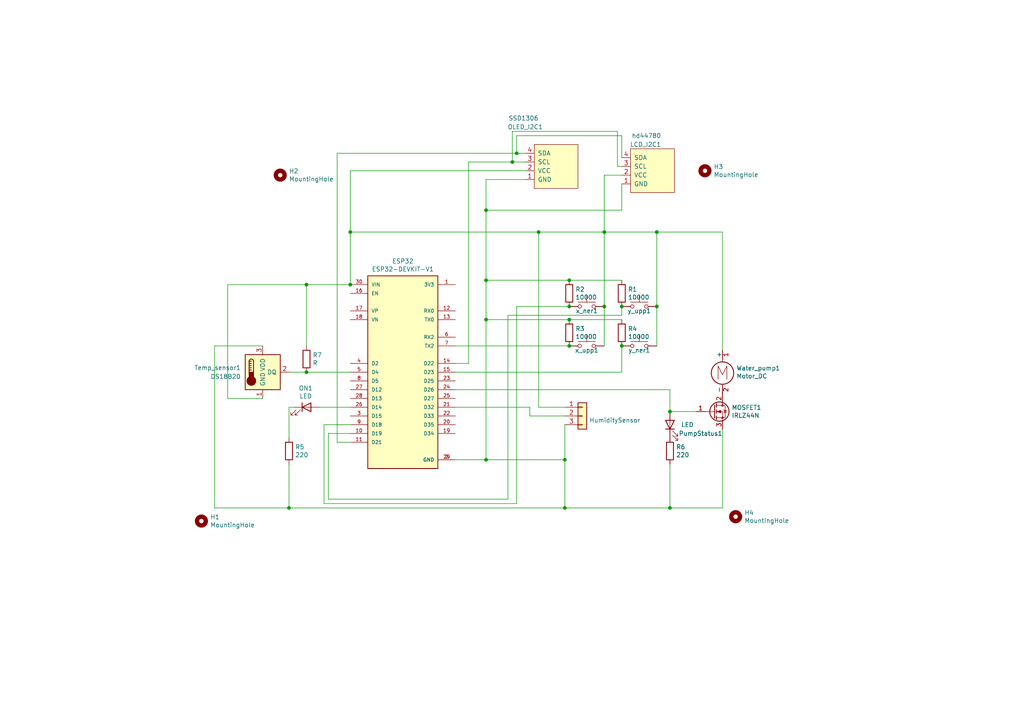
<source format=kicad_sch>
(kicad_sch (version 20250114) (generator "eeschema") (generator_version "9.0")
  (paper "A4")
  (lib_symbols
    (symbol "Connector_Generic:Conn_01x03" (pin_names (offset 1.016) (hide yes))
      (property "Reference" "J" (at 0 5.08 0))
      (property "Value" "Conn_01x03" (at 0 -5.08 0))
      (symbol "Conn_01x03_1_1"
        (rectangle (start -1.27 3.81) (end 1.27 -3.81) (stroke (width 0.254)) (fill (type background)))
        (rectangle (start -1.27 2.667) (end 0 2.413) (stroke (width 0.1524)))
        (rectangle (start -1.27 0.127) (end 0 -0.127) (stroke (width 0.1524)))
        (rectangle (start -1.27 -2.413) (end 0 -2.667) (stroke (width 0.1524)))
        (pin passive line (at -5.08 2.54 0) (length 3.81) (name "Pin_1") (number "1"))
        (pin passive line (at -5.08 0 0) (length 3.81) (name "Pin_2") (number "2"))
        (pin passive line (at -5.08 -2.54 0) (length 3.81) (name "Pin_3") (number "3"))
      )
    )
    (symbol "Device:LED" (pin_numbers (hide yes)) (pin_names (offset 1.016) (hide yes))
      (property "Reference" "D" (at 0 2.54 0))
      (property "Value" "LED" (at 0 -2.54 0))
      (symbol "LED_0_1"
        (polyline (pts (xy -3.048 -0.762) (xy -4.572 -2.286) (xy -3.81 -2.286) (xy -4.572 -2.286) (xy -4.572 -1.524)))
        (polyline (pts (xy -1.778 -0.762) (xy -3.302 -2.286) (xy -2.54 -2.286) (xy -3.302 -2.286) (xy -3.302 -1.524)))
        (polyline (pts (xy -1.27 0) (xy 1.27 0)))
        (polyline (pts (xy -1.27 -1.27) (xy -1.27 1.27)) (stroke (width 0.254)))
        (polyline (pts (xy 1.27 -1.27) (xy 1.27 1.27) (xy -1.27 0) (xy 1.27 -1.27)) (stroke (width 0.254)))
      )
      (symbol "LED_1_1"
        (pin passive line (at -3.81 0 0) (length 2.54) (name "K") (number "1"))
        (pin passive line (at 3.81 0 180) (length 2.54) (name "A") (number "2"))
      )
    )
    (symbol "Device:R" (pin_numbers (hide yes)) (pin_names (offset 0))
      (property "Reference" "R" (at 2.032 0 90))
      (property "Value" "R" (at 0 0 90))
      (symbol "R_0_1"
        (rectangle (start -1.016 -2.54) (end 1.016 2.54) (stroke (width 0.254)))
      )
      (symbol "R_1_1"
        (pin passive line (at 0 3.81 270) (length 1.27) (name "~") (number "1"))
        (pin passive line (at 0 -3.81 90) (length 1.27) (name "~") (number "2"))
      )
    )
    (symbol "Mechanical:MountingHole" (pin_names (offset 1.016)) (exclude_from_sim yes) (in_bom no)
      (property "Reference" "H" (at 0 5.08 0))
      (property "Value" "MountingHole" (at 0 3.175 0))
      (symbol "MountingHole_0_1"
        (circle (center 0 0) (radius 1.27) (stroke (width 1.27)))
      )
    )
    (symbol "Motor:Motor_DC" (pin_names (offset 0))
      (property "Reference" "M" (at 2.54 2.54 0))
      (property "Value" "Motor_DC" (at 2.54 -5.08 0))
      (symbol "Motor_DC_0_0"
        (polyline (pts (xy -1.27 -3.302) (xy -1.27 0.508) (xy 0 -2.032) (xy 1.27 0.508) (xy 1.27 -3.302)))
      )
      (symbol "Motor_DC_0_1"
        (polyline (pts (xy 0 2.032) (xy 0 2.54)))
        (polyline (pts (xy 0 1.7272) (xy 0 2.0828)))
        (circle (center 0 -1.524) (radius 3.2512) (stroke (width 0.254)))
        (polyline (pts (xy 0 -4.7752) (xy 0 -5.1816)))
        (polyline (pts (xy 0 -7.62) (xy 0 -7.112)))
      )
      (symbol "Motor_DC_1_1"
        (pin passive line (at 0 5.08 270) (length 2.54) (name "+") (number "1"))
        (pin passive line (at 0 -7.62 90) (length 2.54) (name "-") (number "2"))
      )
    )
    (symbol "Switch:SW_Push" (pin_numbers (hide yes)) (pin_names (offset 1.016) (hide yes))
      (property "Reference" "SW" (at 1.27 2.54 0))
      (property "Value" "SW_Push" (at 0 -1.524 0))
      (symbol "SW_Push_0_1"
        (circle (center -2.032 0) (radius 0.508))
        (polyline (pts (xy 0 1.27) (xy 0 3.048)))
        (circle (center 2.032 0) (radius 0.508))
        (polyline (pts (xy 2.54 1.27) (xy -2.54 1.27)))
        (pin passive line (at -5.08 0 0) (length 2.54) (name "1") (number "1"))
        (pin passive line (at 5.08 0 180) (length 2.54) (name "2") (number "2"))
      )
    )
    (symbol "Transistor_FET:IRLZ44N" (pin_names (hide yes))
      (property "Reference" "Q" (at 5.08 1.905 0))
      (property "Value" "IRLZ44N" (at 5.08 0 0))
      (symbol "IRLZ44N_0_1"
        (polyline (pts (xy 0.254 1.905) (xy 0.254 -1.905)) (stroke (width 0.254)))
        (polyline (pts (xy 0.254 0) (xy -2.54 0)))
        (polyline (pts (xy 0.762 2.286) (xy 0.762 1.27)) (stroke (width 0.254)))
        (polyline (pts (xy 0.762 0.508) (xy 0.762 -0.508)) (stroke (width 0.254)))
        (polyline (pts (xy 0.762 -1.27) (xy 0.762 -2.286)) (stroke (width 0.254)))
        (polyline (pts (xy 0.762 -1.778) (xy 3.302 -1.778) (xy 3.302 1.778) (xy 0.762 1.778)))
        (polyline (pts (xy 1.016 0) (xy 2.032 0.381) (xy 2.032 -0.381) (xy 1.016 0)) (fill (type outline)))
        (circle (center 1.651 0) (radius 2.794) (stroke (width 0.254)))
        (polyline (pts (xy 2.54 2.54) (xy 2.54 1.778)))
        (circle (center 2.54 1.778) (radius 0.254) (fill (type outline)))
        (circle (center 2.54 -1.778) (radius 0.254) (fill (type outline)))
        (polyline (pts (xy 2.54 -2.54) (xy 2.54 0) (xy 0.762 0)))
        (polyline (pts (xy 2.794 0.508) (xy 2.921 0.381) (xy 3.683 0.381) (xy 3.81 0.254)))
        (polyline (pts (xy 3.302 0.381) (xy 2.921 -0.254) (xy 3.683 -0.254) (xy 3.302 0.381)))
      )
      (symbol "IRLZ44N_1_1"
        (pin input line (at -5.08 0 0) (length 2.54) (name "G") (number "1"))
        (pin passive line (at 2.54 5.08 270) (length 2.54) (name "D") (number "2"))
        (pin passive line (at 2.54 -5.08 90) (length 2.54) (name "S") (number "3"))
      )
    )
    (symbol "plant_watner_V2.0-rescue:DS18B20-Sensor_Temperature" (pin_names (offset 1.016))
      (property "Reference" "U" (at -3.81 6.35 0))
      (property "Value" "Sensor_Temperature_DS18B20" (at 6.35 6.35 0))
      (symbol "DS18B20-Sensor_Temperature_0_1"
        (rectangle (start -5.08 5.08) (end 5.08 -5.08) (stroke (width 0.254)) (fill (type background)))
        (polyline (pts (xy -3.937 3.175) (xy -3.937 0)) (stroke (width 0.254)))
        (polyline (pts (xy -3.937 3.175) (xy -3.302 3.175)) (stroke (width 0.254)))
        (polyline (pts (xy -3.937 2.54) (xy -3.302 2.54)) (stroke (width 0.254)))
        (polyline (pts (xy -3.937 1.905) (xy -3.302 1.905)) (stroke (width 0.254)))
        (polyline (pts (xy -3.937 1.27) (xy -3.302 1.27)) (stroke (width 0.254)))
        (polyline (pts (xy -3.937 0.635) (xy -3.302 0.635)) (stroke (width 0.254)))
        (arc (start -3.937 3.175) (mid -3.302 3.81) (end -2.667 3.175) (stroke (width 0.254)))
        (circle (center -3.302 -2.54) (radius 1.27) (stroke (width 0.254)) (fill (type outline)))
        (polyline (pts (xy -2.667 3.175) (xy -2.667 0)) (stroke (width 0.254)))
        (rectangle (start -2.667 -1.905) (end -3.937 0) (stroke (width 0.254)) (fill (type outline)))
      )
      (symbol "DS18B20-Sensor_Temperature_1_1"
        (pin power_in line (at 0 7.62 270) (length 2.54) (name "VDD") (number "3"))
        (pin power_in line (at 0 -7.62 90) (length 2.54) (name "GND") (number "1"))
        (pin bidirectional line (at 7.62 0 180) (length 2.54) (name "DQ") (number "2"))
      )
    )
    (symbol "plant_watner_V2.0-rescue:ESP32-DEVKIT-V1-ESP32-DEVKIT-V1" (pin_names (offset 1.016))
      (property "Reference" "U" (at -10.16 30.48 0))
      (property "Value" "ESP32-DEVKIT-V1-ESP32-DEVKIT-V1" (at -10.16 -30.48 0))
      (symbol "ESP32-DEVKIT-V1-ESP32-DEVKIT-V1_0_0"
        (rectangle (start -10.16 -27.94) (end 10.16 27.94) (stroke (width 0.254)) (fill (type background)))
        (pin input line (at -15.24 25.4 0) (length 5.08) (name "VIN") (number "30"))
        (pin input line (at -15.24 22.86 0) (length 5.08) (name "EN") (number "16"))
        (pin bidirectional line (at -15.24 17.78 0) (length 5.08) (name "VP") (number "17"))
        (pin bidirectional line (at -15.24 15.24 0) (length 5.08) (name "VN") (number "18"))
        (pin bidirectional line (at -15.24 2.54 0) (length 5.08) (name "D2") (number "4"))
        (pin bidirectional line (at -15.24 0 0) (length 5.08) (name "D4") (number "5"))
        (pin bidirectional line (at -15.24 -2.54 0) (length 5.08) (name "D5") (number "8"))
        (pin bidirectional line (at -15.24 -5.08 0) (length 5.08) (name "D12") (number "27"))
        (pin bidirectional line (at -15.24 -7.62 0) (length 5.08) (name "D13") (number "28"))
        (pin bidirectional line (at -15.24 -10.16 0) (length 5.08) (name "D14") (number "26"))
        (pin bidirectional line (at -15.24 -12.7 0) (length 5.08) (name "D15") (number "3"))
        (pin bidirectional line (at -15.24 -15.24 0) (length 5.08) (name "D18") (number "9"))
        (pin bidirectional line (at -15.24 -17.78 0) (length 5.08) (name "D19") (number "10"))
        (pin bidirectional line (at -15.24 -20.32 0) (length 5.08) (name "D21") (number "11"))
        (pin output line (at 15.24 25.4 180) (length 5.08) (name "3V3") (number "1"))
        (pin input line (at 15.24 17.78 180) (length 5.08) (name "RX0") (number "12"))
        (pin output line (at 15.24 15.24 180) (length 5.08) (name "TX0") (number "13"))
        (pin input line (at 15.24 10.16 180) (length 5.08) (name "RX2") (number "6"))
        (pin output line (at 15.24 7.62 180) (length 5.08) (name "TX2") (number "7"))
        (pin bidirectional line (at 15.24 2.54 180) (length 5.08) (name "D22") (number "14"))
        (pin bidirectional line (at 15.24 0 180) (length 5.08) (name "D23") (number "15"))
        (pin bidirectional line (at 15.24 -2.54 180) (length 5.08) (name "D25") (number "23"))
        (pin bidirectional line (at 15.24 -5.08 180) (length 5.08) (name "D26") (number "24"))
        (pin bidirectional line (at 15.24 -7.62 180) (length 5.08) (name "D27") (number "25"))
        (pin bidirectional line (at 15.24 -10.16 180) (length 5.08) (name "D32") (number "21"))
        (pin bidirectional line (at 15.24 -12.7 180) (length 5.08) (name "D33") (number "22"))
        (pin bidirectional line (at 15.24 -15.24 180) (length 5.08) (name "D35") (number "20"))
        (pin bidirectional line (at 15.24 -17.78 180) (length 5.08) (name "D34") (number "19"))
        (pin power_in line (at 15.24 -25.4 180) (length 5.08) (name "GND") (number "2"))
        (pin power_in line (at 15.24 -25.4 180) (length 5.08) (name "GND") (number "29"))
      )
    )
    (symbol "plant_watner_V2.0-rescue:SSD1306-SSD1306-128x64_OLED" (pin_names (offset 1.016))
      (property "Reference" "Brd" (at 0 -3.81 0))
      (property "Value" "SSD1306-128x64_OLED_SSD1306" (at 0 -1.27 0))
      (symbol "SSD1306-SSD1306-128x64_OLED_0_1"
        (rectangle (start -6.35 6.35) (end 6.35 -6.35) (fill (type background)))
      )
      (symbol "SSD1306-SSD1306-128x64_OLED_1_1"
        (pin input line (at -3.81 8.89 270) (length 2.54) (name "GND") (number "1"))
        (pin input line (at -1.27 8.89 270) (length 2.54) (name "VCC") (number "2"))
        (pin input line (at 1.27 8.89 270) (length 2.54) (name "SCL") (number "3"))
        (pin input line (at 3.81 8.89 270) (length 2.54) (name "SDA") (number "4"))
      )
    )
  )
  (junction (at 101.6 82.55))
  (junction (at 175.26 88.9))
  (junction (at 140.97 81.28))
  (junction (at 165.1 100.33))
  (junction (at 194.31 119.38))
  (junction (at 190.5 88.9))
  (junction (at 165.1 88.9))
  (junction (at 140.97 133.35))
  (junction (at 83.82 147.32))
  (junction (at 163.83 147.32))
  (junction (at 163.83 133.35))
  (junction (at 156.21 67.31))
  (junction (at 101.6 67.31))
  (junction (at 165.1 92.71))
  (junction (at 165.1 81.28))
  (junction (at 88.9 107.95))
  (junction (at 194.31 147.32))
  (junction (at 175.26 67.31))
  (junction (at 88.9 82.55))
  (junction (at 180.34 100.33))
  (junction (at 148.59 46.99))
  (junction (at 180.34 88.9))
  (junction (at 140.97 92.71))
  (junction (at 190.5 67.31))
  (junction (at 140.97 60.96))
  (junction (at 149.86 44.45))
  (wire (pts (xy 101.6 125.73) (xy 95.25 125.73)))
  (wire (pts (xy 101.6 128.27) (xy 97.79 128.27)))
  (wire (pts (xy 85.09 118.11) (xy 83.82 118.11)))
  (wire (pts (xy 140.97 92.71) (xy 140.97 133.35)))
  (wire (pts (xy 88.9 82.55) (xy 101.6 82.55)))
  (wire (pts (xy 83.82 107.95) (xy 88.9 107.95)))
  (wire (pts (xy 93.98 123.19) (xy 93.98 146.05)))
  (wire (pts (xy 194.31 113.03) (xy 194.31 119.38)))
  (wire (pts (xy 62.23 147.32) (xy 62.23 100.33)))
  (wire (pts (xy 209.55 124.46) (xy 209.55 147.32)))
  (wire (pts (xy 92.71 118.11) (xy 101.6 118.11)))
  (wire (pts (xy 95.25 125.73) (xy 95.25 144.78)))
  (wire (pts (xy 148.59 46.99) (xy 152.4 46.99)))
  (wire (pts (xy 101.6 67.31) (xy 101.6 49.53)))
  (wire (pts (xy 140.97 52.07) (xy 140.97 60.96)))
  (wire (pts (xy 95.25 144.78) (xy 147.32 144.78)))
  (wire (pts (xy 62.23 147.32) (xy 83.82 147.32)))
  (wire (pts (xy 175.26 50.8) (xy 175.26 67.31)))
  (wire (pts (xy 83.82 118.11) (xy 83.82 127)))
  (wire (pts (xy 165.1 81.28) (xy 180.34 81.28)))
  (wire (pts (xy 140.97 60.96) (xy 140.97 81.28)))
  (wire (pts (xy 180.34 107.95) (xy 180.34 100.33)))
  (wire (pts (xy 88.9 107.95) (xy 101.6 107.95)))
  (wire (pts (xy 147.32 91.44) (xy 180.34 91.44)))
  (wire (pts (xy 165.1 92.71) (xy 180.34 92.71)))
  (wire (pts (xy 194.31 147.32) (xy 163.83 147.32)))
  (wire (pts (xy 175.26 88.9) (xy 175.26 67.31)))
  (wire (pts (xy 97.79 44.45) (xy 149.86 44.45)))
  (wire (pts (xy 180.34 53.34) (xy 180.34 60.96)))
  (wire (pts (xy 180.34 60.96) (xy 140.97 60.96)))
  (wire (pts (xy 190.5 100.33) (xy 190.5 88.9)))
  (wire (pts (xy 179.07 48.26) (xy 180.34 48.26)))
  (wire (pts (xy 180.34 50.8) (xy 175.26 50.8)))
  (wire (pts (xy 101.6 82.55) (xy 101.6 67.31)))
  (wire (pts (xy 153.67 118.11) (xy 153.67 120.65)))
  (wire (pts (xy 101.6 49.53) (xy 152.4 49.53)))
  (wire (pts (xy 135.89 105.41) (xy 135.89 46.99)))
  (wire (pts (xy 140.97 81.28) (xy 140.97 92.71)))
  (wire (pts (xy 149.86 39.37) (xy 149.86 44.45)))
  (wire (pts (xy 165.1 81.28) (xy 140.97 81.28)))
  (wire (pts (xy 97.79 128.27) (xy 97.79 44.45)))
  (wire (pts (xy 148.59 38.1) (xy 179.07 38.1)))
  (wire (pts (xy 132.08 118.11) (xy 153.67 118.11)))
  (wire (pts (xy 152.4 52.07) (xy 140.97 52.07)))
  (wire (pts (xy 180.34 39.37) (xy 149.86 39.37)))
  (wire (pts (xy 209.55 147.32) (xy 194.31 147.32)))
  (wire (pts (xy 163.83 133.35) (xy 163.83 123.19)))
  (wire (pts (xy 132.08 100.33) (xy 165.1 100.33)))
  (wire (pts (xy 148.59 46.99) (xy 148.59 38.1)))
  (wire (pts (xy 209.55 101.6) (xy 209.55 67.31)))
  (wire (pts (xy 179.07 38.1) (xy 179.07 48.26)))
  (wire (pts (xy 190.5 67.31) (xy 175.26 67.31)))
  (wire (pts (xy 149.86 146.05) (xy 149.86 88.9)))
  (wire (pts (xy 180.34 91.44) (xy 180.34 88.9)))
  (wire (pts (xy 194.31 119.38) (xy 201.93 119.38)))
  (wire (pts (xy 132.08 133.35) (xy 140.97 133.35)))
  (wire (pts (xy 209.55 67.31) (xy 190.5 67.31)))
  (wire (pts (xy 163.83 147.32) (xy 163.83 133.35)))
  (wire (pts (xy 62.23 100.33) (xy 76.2 100.33)))
  (wire (pts (xy 175.26 67.31) (xy 156.21 67.31)))
  (wire (pts (xy 194.31 134.62) (xy 194.31 147.32)))
  (wire (pts (xy 132.08 113.03) (xy 194.31 113.03)))
  (wire (pts (xy 132.08 105.41) (xy 135.89 105.41)))
  (wire (pts (xy 132.08 107.95) (xy 180.34 107.95)))
  (wire (pts (xy 149.86 88.9) (xy 165.1 88.9)))
  (wire (pts (xy 156.21 118.11) (xy 163.83 118.11)))
  (wire (pts (xy 101.6 123.19) (xy 93.98 123.19)))
  (wire (pts (xy 149.86 44.45) (xy 152.4 44.45)))
  (wire (pts (xy 165.1 92.71) (xy 140.97 92.71)))
  (wire (pts (xy 83.82 147.32) (xy 163.83 147.32)))
  (wire (pts (xy 83.82 134.62) (xy 83.82 147.32)))
  (wire (pts (xy 175.26 100.33) (xy 175.26 88.9)))
  (wire (pts (xy 180.34 45.72) (xy 180.34 39.37)))
  (wire (pts (xy 76.2 115.57) (xy 66.04 115.57)))
  (wire (pts (xy 140.97 133.35) (xy 163.83 133.35)))
  (wire (pts (xy 190.5 88.9) (xy 190.5 67.31)))
  (wire (pts (xy 93.98 146.05) (xy 149.86 146.05)))
  (wire (pts (xy 147.32 144.78) (xy 147.32 91.44)))
  (wire (pts (xy 88.9 100.33) (xy 88.9 82.55)))
  (wire (pts (xy 66.04 82.55) (xy 88.9 82.55)))
  (wire (pts (xy 101.6 67.31) (xy 156.21 67.31)))
  (wire (pts (xy 135.89 46.99) (xy 148.59 46.99)))
  (wire (pts (xy 156.21 67.31) (xy 156.21 118.11)))
  (wire (pts (xy 66.04 115.57) (xy 66.04 82.55)))
  (wire (pts (xy 153.67 120.65) (xy 163.83 120.65)))
  (symbol (lib_id "Transistor_FET:IRLZ44N") (at 207.01 119.38 0) (unit 1)
    (property "Reference" "MOSFET1" (at 212.217 118.2116 0) (effects (justify left)))
    (property "Value" "IRLZ44N" (at 212.217 120.523 0) (effects (justify left)))
    (property "Footprint" "Package_TO_SOT_THT:TO-220-3_Vertical" (effects (hide yes)))
    (property "Datasheet" "http://www.irf.com/product-info/datasheets/data/irlz44n.pdf" (effects (hide yes)))
  )
  (symbol (lib_id "plant_watner_V2.0-rescue:DS18B20-Sensor_Temperature") (at 76.2 107.95 0) (unit 1)
    (property "Reference" "Temp_sensor1" (at 69.85 106.6799 0) (effects (justify right)))
    (property "Value" "DS18B20" (at 69.85 109.2199 0) (effects (justify right)))
    (property "Footprint" "TMP36GT9:XDCR_TMP36GT9" (effects (hide yes)))
    (property "Datasheet" "http://datasheets.maximintegrated.com/en/ds/DS18B20.pdf" (effects (hide yes)))
  )
  (symbol (lib_id "Device:LED") (at 88.9 118.11 0) (unit 1)
    (property "Reference" "ON1" (at 88.6714 112.5982 0))
    (property "Value" "LED" (at 88.6714 114.9096 0))
    (property "Footprint" "LED_THT:LED_D3.0mm" (effects (hide yes)))
  )
  (symbol (lib_id "Switch:SW_Push") (at 170.18 100.33 0) (unit 1)
    (property "Reference" "x_upp1" (at 170.18 101.6 0))
    (property "Value" "SW_Push" (effects (hide yes)))
    (property "Footprint" "Button_Switch_THT:SW_PUSH_6mm" (effects (hide yes)))
  )
  (symbol (lib_id "Switch:SW_Push") (at 170.18 88.9 0) (unit 1)
    (property "Reference" "x_ner1" (at 170.18 90.17 0))
    (property "Value" "SW_Push" (effects (hide yes)))
    (property "Footprint" "Button_Switch_THT:SW_PUSH_6mm" (effects (hide yes)))
  )
  (symbol (lib_id "Switch:SW_Push") (at 185.42 88.9 0) (unit 1)
    (property "Reference" "y_upp1" (at 185.42 90.17 0))
    (property "Value" "SW_Push" (effects (hide yes)))
    (property "Footprint" "Button_Switch_THT:SW_PUSH_6mm" (effects (hide yes)))
  )
  (symbol (lib_id "Switch:SW_Push") (at 185.42 100.33 0) (unit 1)
    (property "Reference" "y_ner1" (at 185.42 101.6 0))
    (property "Value" "SW_Push" (effects (hide yes)))
    (property "Footprint" "Button_Switch_THT:SW_PUSH_6mm" (effects (hide yes)))
  )
  (symbol (lib_id "plant_watner_V2.0-rescue:SSD1306-SSD1306-128x64_OLED") (at 161.29 48.26 90) (unit 1)
    (property "Reference" "OLED_I2C1" (at 157.48 36.83 90) (effects (justify left)))
    (property "Value" "SSD1306" (at 156.21 34.29 90) (effects (justify left)))
    (property "Footprint" "SSD1306:128x64OLED" (effects (hide yes)))
  )
  (symbol (lib_id "plant_watner_V2.0-rescue:ESP32-DEVKIT-V1-ESP32-DEVKIT-V1") (at 116.84 107.95 0) (unit 1)
    (property "Reference" "ESP32" (at 116.84 75.7682 0))
    (property "Value" "ESP32-DEVKIT-V1" (at 116.84 78.0796 0))
    (property "Footprint" "ESP32-DEVKIT-V1:MODULE_ESP32_DEVKIT_V1" (effects (hide yes)))
    (property "MF" "Do it" (effects (hide yes)))
    (property "MAXIMUM_PACKAGE_HEIGHT" "6.8 mm" (effects (hide yes)))
    (property "Package" "None" (effects (hide yes)))
    (property "Price" "None" (effects (hide yes)))
    (property "Check_prices" "https://www.snapeda.com/parts/ESP32-DEVKIT-V1/Do+it/view-part/?ref=eda" (effects (hide yes)))
    (property "STANDARD" "Manufacturer Recommendations" (effects (hide yes)))
    (property "PARTREV" "N/A" (effects (hide yes)))
    (property "SnapEDA_Link" "https://www.snapeda.com/parts/ESP32-DEVKIT-V1/Do+it/view-part/?ref=snap" (effects (hide yes)))
    (property "MP" "ESP32-DEVKIT-V1" (effects (hide yes)))
    (property "Description" "\\nDual core, Wi-Fi: 2.4 GHz up to 150 Mbits/s,BLE (Bluetooth Low Energy) and legacy Bluetooth, 32 bits, Up to 240 MHz\\n" (effects (hide yes)))
    (property "Availability" "Not in stock" (effects (hide yes)))
    (property "MANUFACTURER" "DOIT" (effects (hide yes)))
  )
  (symbol (lib_id "Motor:Motor_DC") (at 209.55 106.68 0) (unit 1)
    (property "Reference" "Water_pump1" (at 213.5632 106.7816 0) (effects (justify left)))
    (property "Value" "Motor_DC" (at 213.5632 109.093 0) (effects (justify left)))
    (property "Footprint" "Connector_PinHeader_2.54mm:PinHeader_1x02_P2.54mm_Vertical" (effects (hide yes)))
  )
  (symbol (lib_id "plant_watner_V2.0-rescue:SSD1306-SSD1306-128x64_OLED") (at 189.23 49.53 90) (unit 1)
    (property "Reference" "LCD_I2C1" (at 191.77 41.91 90) (effects (justify left)))
    (property "Value" "hd44780" (at 191.77 39.37 90) (effects (justify left)))
    (property "Footprint" "Connector_PinHeader_2.54mm:PinHeader_1x04_P2.54mm_Vertical" (effects (hide yes)))
  )
  (symbol (lib_id "Connector_Generic:Conn_01x03") (at 168.91 120.65 0) (unit 1)
    (property "Reference" "J1" (effects (hide yes)))
    (property "Value" "HumiditySensor" (at 170.9166 121.8946 0) (effects (justify left)))
    (property "Footprint" "Connector_PinHeader_2.54mm:PinHeader_1x03_P2.54mm_Vertical" (effects (hide yes)))
  )
  (symbol (lib_id "Mechanical:MountingHole") (at 81.28 50.8 0) (unit 1)
    (property "Reference" "H2" (at 83.82 49.6316 0) (effects (justify left)))
    (property "Value" "MountingHole" (at 83.82 51.943 0) (effects (justify left)))
    (property "Footprint" "MountingHole:MountingHole_3.2mm_M3_DIN965_Pad" (effects (hide yes)))
  )
  (symbol (lib_id "Mechanical:MountingHole") (at 204.47 49.53 0) (unit 1)
    (property "Reference" "H3" (at 207.01 48.3616 0) (effects (justify left)))
    (property "Value" "MountingHole" (at 207.01 50.673 0) (effects (justify left)))
    (property "Footprint" "MountingHole:MountingHole_3.2mm_M3_DIN965_Pad" (effects (hide yes)))
  )
  (symbol (lib_id "Mechanical:MountingHole") (at 58.42 151.13 0) (unit 1)
    (property "Reference" "H1" (at 60.96 149.9616 0) (effects (justify left)))
    (property "Value" "MountingHole" (at 60.96 152.273 0) (effects (justify left)))
    (property "Footprint" "MountingHole:MountingHole_3.2mm_M3_DIN965_Pad" (effects (hide yes)))
  )
  (symbol (lib_id "Mechanical:MountingHole") (at 213.36 149.86 0) (unit 1)
    (property "Reference" "H4" (at 215.9 148.6916 0) (effects (justify left)))
    (property "Value" "MountingHole" (at 215.9 151.003 0) (effects (justify left)))
    (property "Footprint" "MountingHole:MountingHole_3.2mm_M3_DIN965_Pad" (effects (hide yes)))
  )
  (symbol (lib_id "Device:R") (at 180.34 85.09 0) (unit 1)
    (property "Reference" "R1" (at 182.118 83.9216 0) (effects (justify left)))
    (property "Value" "10000" (at 182.118 86.233 0) (effects (justify left)))
    (property "Footprint" "Resistor_THT:R_Axial_DIN0207_L6.3mm_D2.5mm_P10.16mm_Horizontal" (effects (hide yes)))
  )
  (symbol (lib_id "Device:R") (at 165.1 85.09 0) (unit 1)
    (property "Reference" "R2" (at 166.878 83.9216 0) (effects (justify left)))
    (property "Value" "10000" (at 166.878 86.233 0) (effects (justify left)))
    (property "Footprint" "Resistor_THT:R_Axial_DIN0207_L6.3mm_D2.5mm_P10.16mm_Horizontal" (effects (hide yes)))
  )
  (symbol (lib_id "Device:R") (at 180.34 96.52 0) (unit 1)
    (property "Reference" "R4" (at 182.118 95.3516 0) (effects (justify left)))
    (property "Value" "10000" (at 182.118 97.663 0) (effects (justify left)))
    (property "Footprint" "Resistor_THT:R_Axial_DIN0207_L6.3mm_D2.5mm_P10.16mm_Horizontal" (effects (hide yes)))
  )
  (symbol (lib_id "Device:R") (at 165.1 96.52 0) (unit 1)
    (property "Reference" "R3" (at 166.878 95.3516 0) (effects (justify left)))
    (property "Value" "10000" (at 166.878 97.663 0) (effects (justify left)))
    (property "Footprint" "Resistor_THT:R_Axial_DIN0207_L6.3mm_D2.5mm_P10.16mm_Horizontal" (effects (hide yes)))
  )
  (symbol (lib_id "Device:R") (at 83.82 130.81 0) (unit 1)
    (property "Reference" "R5" (at 85.598 129.6416 0) (effects (justify left)))
    (property "Value" "220" (at 85.598 131.953 0) (effects (justify left)))
    (property "Footprint" "Resistor_THT:R_Axial_DIN0207_L6.3mm_D2.5mm_P10.16mm_Horizontal" (effects (hide yes)))
  )
  (symbol (lib_id "Device:LED") (at 194.31 123.19 90) (unit 1)
    (property "Reference" "PumpStatus1" (at 203.2 125.73 90))
    (property "Value" "LED" (at 199.39 123.19 90))
    (property "Footprint" "LED_THT:LED_D3.0mm" (effects (hide yes)))
  )
  (symbol (lib_id "Device:R") (at 194.31 130.81 0) (unit 1)
    (property "Reference" "R6" (at 196.088 129.6416 0) (effects (justify left)))
    (property "Value" "220" (at 196.088 131.953 0) (effects (justify left)))
    (property "Footprint" "Resistor_THT:R_Axial_DIN0207_L6.3mm_D2.5mm_P10.16mm_Horizontal" (effects (hide yes)))
  )
  (symbol (lib_id "Device:R") (at 88.9 104.14 0) (unit 1)
    (property "Reference" "R7" (at 90.678 102.9716 0) (effects (justify left)))
    (property "Value" "R" (at 90.678 105.283 0) (effects (justify left)))
    (property "Footprint" "Resistor_THT:R_Axial_DIN0207_L6.3mm_D2.5mm_P10.16mm_Horizontal" (effects (hide yes)))
  )
)
</source>
